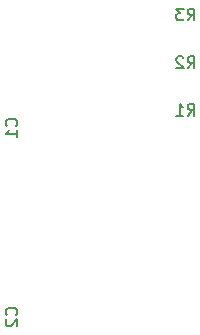
<source format=gbr>
%TF.GenerationSoftware,KiCad,Pcbnew,9.0.7*%
%TF.CreationDate,2026-02-04T23:41:12-06:00*%
%TF.ProjectId,Power,506f7765-722e-46b6-9963-61645f706362,rev?*%
%TF.SameCoordinates,Original*%
%TF.FileFunction,Legend,Bot*%
%TF.FilePolarity,Positive*%
%FSLAX46Y46*%
G04 Gerber Fmt 4.6, Leading zero omitted, Abs format (unit mm)*
G04 Created by KiCad (PCBNEW 9.0.7) date 2026-02-04 23:41:12*
%MOMM*%
%LPD*%
G01*
G04 APERTURE LIST*
%ADD10C,0.150000*%
G04 APERTURE END LIST*
D10*
X215356666Y-82904819D02*
X215689999Y-82428628D01*
X215928094Y-82904819D02*
X215928094Y-81904819D01*
X215928094Y-81904819D02*
X215547142Y-81904819D01*
X215547142Y-81904819D02*
X215451904Y-81952438D01*
X215451904Y-81952438D02*
X215404285Y-82000057D01*
X215404285Y-82000057D02*
X215356666Y-82095295D01*
X215356666Y-82095295D02*
X215356666Y-82238152D01*
X215356666Y-82238152D02*
X215404285Y-82333390D01*
X215404285Y-82333390D02*
X215451904Y-82381009D01*
X215451904Y-82381009D02*
X215547142Y-82428628D01*
X215547142Y-82428628D02*
X215928094Y-82428628D01*
X215023332Y-81904819D02*
X214404285Y-81904819D01*
X214404285Y-81904819D02*
X214737618Y-82285771D01*
X214737618Y-82285771D02*
X214594761Y-82285771D01*
X214594761Y-82285771D02*
X214499523Y-82333390D01*
X214499523Y-82333390D02*
X214451904Y-82381009D01*
X214451904Y-82381009D02*
X214404285Y-82476247D01*
X214404285Y-82476247D02*
X214404285Y-82714342D01*
X214404285Y-82714342D02*
X214451904Y-82809580D01*
X214451904Y-82809580D02*
X214499523Y-82857200D01*
X214499523Y-82857200D02*
X214594761Y-82904819D01*
X214594761Y-82904819D02*
X214880475Y-82904819D01*
X214880475Y-82904819D02*
X214975713Y-82857200D01*
X214975713Y-82857200D02*
X215023332Y-82809580D01*
X215356666Y-86954819D02*
X215689999Y-86478628D01*
X215928094Y-86954819D02*
X215928094Y-85954819D01*
X215928094Y-85954819D02*
X215547142Y-85954819D01*
X215547142Y-85954819D02*
X215451904Y-86002438D01*
X215451904Y-86002438D02*
X215404285Y-86050057D01*
X215404285Y-86050057D02*
X215356666Y-86145295D01*
X215356666Y-86145295D02*
X215356666Y-86288152D01*
X215356666Y-86288152D02*
X215404285Y-86383390D01*
X215404285Y-86383390D02*
X215451904Y-86431009D01*
X215451904Y-86431009D02*
X215547142Y-86478628D01*
X215547142Y-86478628D02*
X215928094Y-86478628D01*
X214975713Y-86050057D02*
X214928094Y-86002438D01*
X214928094Y-86002438D02*
X214832856Y-85954819D01*
X214832856Y-85954819D02*
X214594761Y-85954819D01*
X214594761Y-85954819D02*
X214499523Y-86002438D01*
X214499523Y-86002438D02*
X214451904Y-86050057D01*
X214451904Y-86050057D02*
X214404285Y-86145295D01*
X214404285Y-86145295D02*
X214404285Y-86240533D01*
X214404285Y-86240533D02*
X214451904Y-86383390D01*
X214451904Y-86383390D02*
X215023332Y-86954819D01*
X215023332Y-86954819D02*
X214404285Y-86954819D01*
X200859580Y-107833333D02*
X200907200Y-107785714D01*
X200907200Y-107785714D02*
X200954819Y-107642857D01*
X200954819Y-107642857D02*
X200954819Y-107547619D01*
X200954819Y-107547619D02*
X200907200Y-107404762D01*
X200907200Y-107404762D02*
X200811961Y-107309524D01*
X200811961Y-107309524D02*
X200716723Y-107261905D01*
X200716723Y-107261905D02*
X200526247Y-107214286D01*
X200526247Y-107214286D02*
X200383390Y-107214286D01*
X200383390Y-107214286D02*
X200192914Y-107261905D01*
X200192914Y-107261905D02*
X200097676Y-107309524D01*
X200097676Y-107309524D02*
X200002438Y-107404762D01*
X200002438Y-107404762D02*
X199954819Y-107547619D01*
X199954819Y-107547619D02*
X199954819Y-107642857D01*
X199954819Y-107642857D02*
X200002438Y-107785714D01*
X200002438Y-107785714D02*
X200050057Y-107833333D01*
X200050057Y-108214286D02*
X200002438Y-108261905D01*
X200002438Y-108261905D02*
X199954819Y-108357143D01*
X199954819Y-108357143D02*
X199954819Y-108595238D01*
X199954819Y-108595238D02*
X200002438Y-108690476D01*
X200002438Y-108690476D02*
X200050057Y-108738095D01*
X200050057Y-108738095D02*
X200145295Y-108785714D01*
X200145295Y-108785714D02*
X200240533Y-108785714D01*
X200240533Y-108785714D02*
X200383390Y-108738095D01*
X200383390Y-108738095D02*
X200954819Y-108166667D01*
X200954819Y-108166667D02*
X200954819Y-108785714D01*
X215356666Y-90954819D02*
X215689999Y-90478628D01*
X215928094Y-90954819D02*
X215928094Y-89954819D01*
X215928094Y-89954819D02*
X215547142Y-89954819D01*
X215547142Y-89954819D02*
X215451904Y-90002438D01*
X215451904Y-90002438D02*
X215404285Y-90050057D01*
X215404285Y-90050057D02*
X215356666Y-90145295D01*
X215356666Y-90145295D02*
X215356666Y-90288152D01*
X215356666Y-90288152D02*
X215404285Y-90383390D01*
X215404285Y-90383390D02*
X215451904Y-90431009D01*
X215451904Y-90431009D02*
X215547142Y-90478628D01*
X215547142Y-90478628D02*
X215928094Y-90478628D01*
X214404285Y-90954819D02*
X214975713Y-90954819D01*
X214689999Y-90954819D02*
X214689999Y-89954819D01*
X214689999Y-89954819D02*
X214785237Y-90097676D01*
X214785237Y-90097676D02*
X214880475Y-90192914D01*
X214880475Y-90192914D02*
X214975713Y-90240533D01*
X200859580Y-91833333D02*
X200907200Y-91785714D01*
X200907200Y-91785714D02*
X200954819Y-91642857D01*
X200954819Y-91642857D02*
X200954819Y-91547619D01*
X200954819Y-91547619D02*
X200907200Y-91404762D01*
X200907200Y-91404762D02*
X200811961Y-91309524D01*
X200811961Y-91309524D02*
X200716723Y-91261905D01*
X200716723Y-91261905D02*
X200526247Y-91214286D01*
X200526247Y-91214286D02*
X200383390Y-91214286D01*
X200383390Y-91214286D02*
X200192914Y-91261905D01*
X200192914Y-91261905D02*
X200097676Y-91309524D01*
X200097676Y-91309524D02*
X200002438Y-91404762D01*
X200002438Y-91404762D02*
X199954819Y-91547619D01*
X199954819Y-91547619D02*
X199954819Y-91642857D01*
X199954819Y-91642857D02*
X200002438Y-91785714D01*
X200002438Y-91785714D02*
X200050057Y-91833333D01*
X200954819Y-92785714D02*
X200954819Y-92214286D01*
X200954819Y-92500000D02*
X199954819Y-92500000D01*
X199954819Y-92500000D02*
X200097676Y-92404762D01*
X200097676Y-92404762D02*
X200192914Y-92309524D01*
X200192914Y-92309524D02*
X200240533Y-92214286D01*
M02*

</source>
